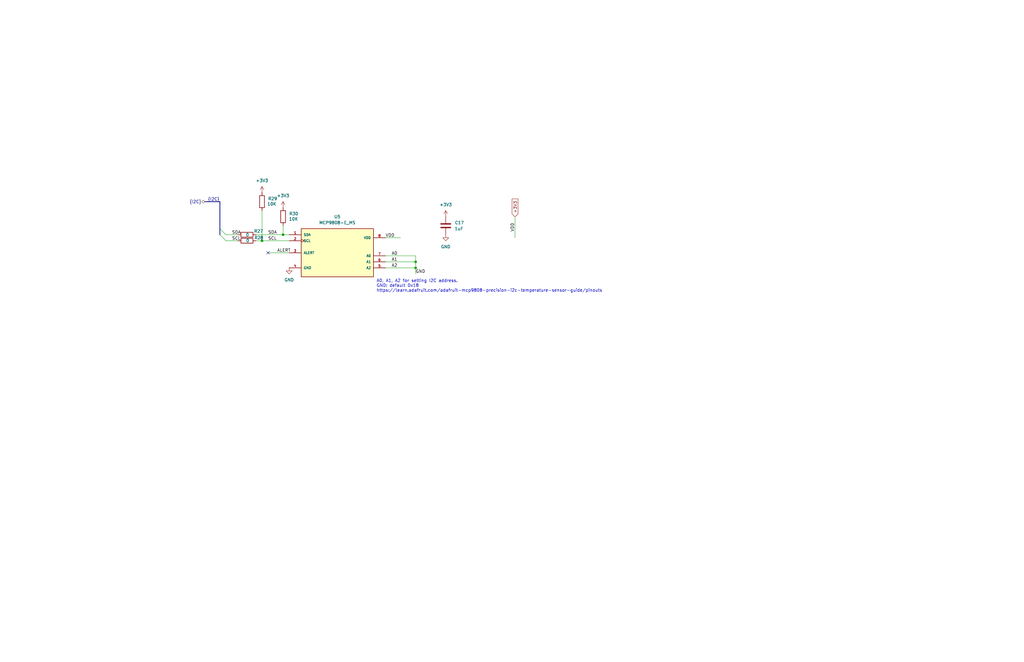
<source format=kicad_sch>
(kicad_sch (version 20231120) (generator "eeschema") (generator_version "8.0")
  (paper "B")
  (lib_symbols
    (symbol "Device:C" (pin_numbers hide) (pin_names (offset 0.254))
      (property "Reference" "C" (at 0.635 2.54 0))
      (property "Value" "C" (at 0.635 -2.54 0))
      (symbol "C_0_1"
        (polyline (pts (xy -2.032 -0.762) (xy 2.032 -0.762)) (stroke (width 0.508)))
        (polyline (pts (xy -2.032 0.762) (xy 2.032 0.762)) (stroke (width 0.508)))
      )
      (symbol "C_1_1"
        (pin passive line (at 0 3.81 270) (length 2.794) (name "~") (number "1"))
        (pin passive line (at 0 -3.81 90) (length 2.794) (name "~") (number "2"))
      )
    )
    (symbol "Device:R" (pin_numbers hide) (pin_names (offset 0))
      (property "Reference" "R" (at 2.032 0 90))
      (property "Value" "R" (at 0 0 90))
      (symbol "R_0_1"
        (rectangle (start -1.016 -2.54) (end 1.016 2.54) (stroke (width 0.254)))
      )
      (symbol "R_1_1"
        (pin passive line (at 0 3.81 270) (length 1.27) (name "~") (number "1"))
        (pin passive line (at 0 -3.81 90) (length 1.27) (name "~") (number "2"))
      )
    )
    (symbol "digi_clock_sym:MCP9808-E_MS" (pin_names (offset 1.016))
      (property "Reference" "U" (at -15.012 10.6865 0))
      (property "Value" "MCP9808-E_MS" (at -15.2481 -11.9443 0))
      (symbol "MCP9808-E_MS_0_0"
        (rectangle (start -16.51 -10.16) (end 13.97 10.16) (stroke (width 0.254)) (fill (type background)))
        (pin bidirectional line (at 19.05 -7.62 180) (length 5.08) (name "SDA") (number "1"))
        (pin input clock (at 19.05 -5.08 180) (length 5.08) (name "SCL") (number "2"))
        (pin output line (at 19.05 0 180) (length 5.08) (name "ALERT") (number "3"))
        (pin power_in line (at 19.05 6.35 180) (length 5.08) (name "GND") (number "4"))
        (pin input line (at -21.59 6.35 0) (length 5.08) (name "A2") (number "5"))
        (pin input line (at -21.59 3.81 0) (length 5.08) (name "A1") (number "6"))
        (pin input line (at -21.59 1.27 0) (length 5.08) (name "A0") (number "7"))
        (pin power_in line (at -21.59 -6.35 0) (length 5.08) (name "VDD") (number "8"))
      )
    )
    (symbol "power:GND" (power) (pin_numbers hide) (pin_names (offset 0) hide)
      (property "Value" "GND" (at 0 -3.81 0))
      (symbol "GND_0_1"
        (polyline (pts (xy 0 0) (xy 0 -1.27) (xy 1.27 -1.27) (xy 0 -2.54) (xy -1.27 -1.27) (xy 0 -1.27)))
      )
      (symbol "GND_1_1"
        (pin power_in line (at 0 0 270) (length 0) (name "~") (number "1"))
      )
    )
    (symbol "power:VDD" (power) (pin_numbers hide) (pin_names (offset 0) hide)
      (property "Value" "VDD" (at 0 3.556 0))
      (symbol "VDD_0_1"
        (polyline (pts (xy -0.762 1.27) (xy 0 2.54)))
        (polyline (pts (xy 0 0) (xy 0 2.54)))
        (polyline (pts (xy 0 2.54) (xy 0.762 1.27)))
      )
      (symbol "VDD_1_1"
        (pin power_in line (at 0 0 90) (length 0) (name "~") (number "1"))
      )
    )
  )
  (junction (at 119.38 99.06))
  (junction (at 175.26 110.49))
  (junction (at 110.49 101.6))
  (junction (at 175.26 113.03))
  (no_connect (at 113.03 106.68))
  (bus_entry (at 92.71 99.06) (size 2.54 2.54))
  (bus_entry (at 92.71 96.52) (size 2.54 2.54))
  (wire (pts (xy 162.56 100.33) (xy 168.91 100.33)))
  (wire (pts (xy 119.38 99.06) (xy 119.38 95.25)))
  (wire (pts (xy 175.26 115.57) (xy 175.26 113.03)))
  (wire (pts (xy 217.17 100.33) (xy 217.17 91.44)))
  (wire (pts (xy 107.95 101.6) (xy 110.49 101.6)))
  (wire (pts (xy 162.56 113.03) (xy 175.26 113.03)))
  (bus (pts (xy 92.71 96.52) (xy 92.71 99.06)))
  (bus (pts (xy 92.71 85.09) (xy 92.71 96.52)))
  (wire (pts (xy 107.95 99.06) (xy 119.38 99.06)))
  (wire (pts (xy 175.26 107.95) (xy 162.56 107.95)))
  (wire (pts (xy 121.92 99.06) (xy 119.38 99.06)))
  (wire (pts (xy 110.49 88.9) (xy 110.49 101.6)))
  (wire (pts (xy 113.03 106.68) (xy 121.92 106.68)))
  (wire (pts (xy 175.26 107.95) (xy 175.26 110.49)))
  (wire (pts (xy 100.33 99.06) (xy 95.25 99.06)))
  (wire (pts (xy 100.33 101.6) (xy 95.25 101.6)))
  (wire (pts (xy 175.26 110.49) (xy 175.26 113.03)))
  (wire (pts (xy 175.26 110.49) (xy 162.56 110.49)))
  (bus (pts (xy 92.71 85.09) (xy 86.36 85.09)))
  (wire (pts (xy 121.92 101.6) (xy 110.49 101.6)))
  (text "A0, A1, A2 for setting I2C address.\nGND: default 0x18\nhttps://learn.adafruit.com/adafruit-mcp9808-precision-i2c-temperature-sensor-guide/pinouts" (at 158.75 120.65 0) (effects (font (size 1.27 1.27)) (justify left)))
  (label "A0" (at 165.1 107.95 0))
  (label "A2" (at 165.1 113.03 0))
  (label "SCL" (at 97.79 101.6 0))
  (label "SCL" (at 113.03 101.6 0))
  (label "{I2C}" (at 87.63 85.09 0))
  (label "VDD" (at 162.56 100.33 0))
  (label "SDA" (at 97.79 99.06 0))
  (label "A1" (at 165.1 110.49 0))
  (label "VDD" (at 217.17 97.79 90))
  (label "GND" (at 175.26 115.57 0))
  (label "ALERT" (at 116.84 106.68 0))
  (label "SDA" (at 113.03 99.06 0))
  (global_label "+3V3" (shape input) (at 217.17 91.44 90) (property "Intersheetrefs" "${INTERSHEET_REFS}" (effects (hide yes))))
  (hierarchical_label "{I2C}" (shape bidirectional) (at 86.36 85.09 180))
  (symbol (lib_id "Device:C") (at 187.96 95.25 0) (unit 1)
    (property "Reference" "C17" (at 191.77 93.9799 0) (effects (justify left)))
    (property "Value" "1uF" (at 193.548 96.52 0))
    (property "Footprint" "Capacitor_SMD:C_0603_1608Metric_Pad1.08x0.95mm_HandSolder" (effects (hide yes)))
    (property "Datasheet" "https://www.yageo.com/upload/media/product/productsearch/datasheet/mlcc/UPY-GPHC_X7R_6.3V-to-250V_24.pdf" (effects (hide yes)))
    (property "Description" "1 µF ±10% 16V Ceramic Capacitor X7R 0603 (1608 Metric)" (effects (hide yes)))
    (property "Mfr" "YAGEO" (effects (hide yes)))
    (property "Mfr P/N" "CC0603KRX7R7BB105" (effects (hide yes)))
    (property "Supplier_1" "Digikey" (effects (hide yes)))
    (property "Supplier_1 P/N" "311-1446-1-ND" (effects (hide yes)))
    (property "Supplier_1 Unit Price" "0.10" (effects (hide yes)))
    (property "Supplier_1 Price @ Qty" "0.03080" (effects (hide yes)))
    (property "Supplier 1 P/N" "311-1446-1-ND" (effects (hide yes)))
    (property "Supplier 1 Price @ Qty" "0.10" (effects (hide yes)))
    (property "Supplier 1 Unit Price" "0.10" (effects (hide yes)))
  )
  (symbol (lib_id "digi_clock_sym:MCP9808-E_MS") (at 140.97 106.68 180) (unit 1)
    (property "Reference" "U5" (at 142.24 91.44 0))
    (property "Value" "MCP9808-E_MS" (at 142.24 93.98 0))
    (property "Footprint" "Library:SOP65P490X110-8N" (effects (hide yes)))
    (property "Datasheet" "https://ww1.microchip.com/downloads/en/DeviceDoc/MCP9808-0.5C-Maximum-Accuracy-Digital-Temperature-Sensor-Data-Sheet-DS20005095B.pdf" (effects (hide yes)))
    (property "Description" "SENSOR DIGITAL -40C-125C 8MSOP" (effects (hide yes)))
    (property "MANUFACTURER" "Microchip" (effects (hide yes)))
    (property "Mfr" "Microchip" (effects (hide yes)))
    (property "Mfr P/N" "MCP9808-E/MS" (effects (hide yes)))
    (property "Supplier 1" "Digikey" (effects (hide yes)))
    (property "Supplier 1 P/N" "MCP9808-E/MS-ND" (effects (hide yes)))
    (property "Supplier 1 Unit Price" "1.40" (effects (hide yes)))
    (property "Supplier 1 Price @ Qty" "1.40" (effects (hide yes)))
    (property "Supplier_1 P/N" "MCP9808-E/MS-ND" (effects (hide yes)))
    (property "Supplier_1 Price @ Qty" "1.40" (effects (hide yes)))
    (property "Supplier_1 Unit Price" "1.40" (effects (hide yes)))
  )
  (symbol (lib_id "Device:R") (at 104.14 99.06 90) (unit 1)
    (property "Reference" "R27" (at 110.998 97.536 90) (effects (justify left)))
    (property "Value" "0" (at 103.632 99.822 90) (effects (justify right top)))
    (property "Footprint" "Library:0603-NO" (effects (hide yes)))
    (property "Datasheet" "https://www.yageo.com/upload/media/product/products/datasheet/rchip/PYu-RC_Group_51_RoHS_L_12.pdf" (effects (hide yes)))
    (property "Description" "0 Ohms Jumper Chip Resistor 0603 (1608 Metric) Moisture Resistant Thick Film" (effects (hide yes)))
    (property "Mfr" "YAGEO" (effects (hide yes)))
    (property "Mfr P/N" "RC0603JR-070RL" (effects (hide yes)))
    (property "Supplier_1" "Digikey" (effects (hide yes)))
    (property "Supplier_1 P/N" "311-0.0GRTR-ND" (effects (hide yes)))
    (property "Supplier_1 Unit Price" "0.10" (effects (hide yes)))
    (property "Supplier_1 Price @ Qty" "0.10" (effects (hide yes)))
    (property "Supplier 1 P/N" "311-0.0GRTR-ND" (effects (hide yes)))
    (property "Supplier 1 Unit Price" "0.10" (effects (hide yes)))
    (property "Supplier 1 Price @ Qty" "0.00900" (effects (hide yes)))
  )
  (symbol (lib_id "power:VDD") (at 119.38 87.63 0) (unit 1)
    (property "Reference" "#PWR053" (effects (hide yes)))
    (property "Value" "+3V3" (at 119.38 82.55 0))
    (property "Description" "Power symbol creates a global label with name \"VDD\"" (effects (hide yes)))
  )
  (symbol (lib_id "power:VDD") (at 110.49 81.28 0) (unit 1)
    (property "Reference" "#PWR052" (effects (hide yes)))
    (property "Value" "+3V3" (at 110.49 76.2 0))
    (property "Description" "Power symbol creates a global label with name \"VDD\"" (effects (hide yes)))
  )
  (symbol (lib_id "power:GND") (at 187.96 99.06 0) (unit 1)
    (property "Reference" "#PWR056" (effects (hide yes)))
    (property "Value" "GND" (at 187.96 104.14 0))
    (property "Description" "Power symbol creates a global label with name \"GND\" , ground" (effects (hide yes)))
  )
  (symbol (lib_id "power:GND") (at 121.92 113.03 0) (unit 1)
    (property "Reference" "#PWR054" (effects (hide yes)))
    (property "Value" "GND" (at 121.92 118.11 0))
    (property "Description" "Power symbol creates a global label with name \"GND\" , ground" (effects (hide yes)))
  )
  (symbol (lib_id "Device:R") (at 110.49 85.09 0) (unit 1)
    (property "Reference" "R29" (at 113.03 83.8199 0) (effects (justify left)))
    (property "Value" "10K" (at 116.586 85.344 0) (effects (justify right top)))
    (property "Footprint" "Library:0603-NO" (effects (hide yes)))
    (property "Datasheet" "https://www.seielect.com/catalog/sei-rncp.pdf" (effects (hide yes)))
    (property "Description" "10 kOhms ±1% 0.125W, 1/8W Chip Resistor 0603 (1608 Metric) Anti-Sulfur Thin Film" (effects (hide yes)))
    (property "Mfr" "Stackpole Electronics Inc" (effects (hide yes)))
    (property "Mfr P/N" "RNCP0603FTD10K0" (effects (hide yes)))
    (property "Supplier_1" "Digikey" (effects (hide yes)))
    (property "Supplier_1 P/N" "RNCP0603FTD10K0CT-ND" (effects (hide yes)))
    (property "Supplier_1 Unit Price" "0.10" (effects (hide yes)))
    (property "Supplier_1 Price @ Qty" "0.0170" (effects (hide yes)))
    (property "Supplier 1 P/N" "RNCP0603FTD10K0CT-ND" (effects (hide yes)))
    (property "Supplier 1 Unit Price" "0.10" (effects (hide yes)))
    (property "Supplier 1 Price @ Qty" "0.10" (effects (hide yes)))
  )
  (symbol (lib_id "power:VDD") (at 187.96 91.44 0) (unit 1)
    (property "Reference" "#PWR055" (effects (hide yes)))
    (property "Value" "+3V3" (at 187.96 86.36 0))
    (property "Description" "Power symbol creates a global label with name \"VDD\"" (effects (hide yes)))
  )
  (symbol (lib_id "Device:R") (at 119.38 91.44 0) (unit 1)
    (property "Reference" "R30" (at 121.92 90.1699 0) (effects (justify left)))
    (property "Value" "10K" (at 125.73 91.694 0) (effects (justify right top)))
    (property "Footprint" "Library:0603-NO" (effects (hide yes)))
    (property "Datasheet" "https://www.seielect.com/catalog/sei-rncp.pdf" (effects (hide yes)))
    (property "Description" "10 kOhms ±1% 0.125W, 1/8W Chip Resistor 0603 (1608 Metric) Anti-Sulfur Thin Film" (effects (hide yes)))
    (property "Mfr" "Stackpole Electronics Inc" (effects (hide yes)))
    (property "Mfr P/N" "RNCP0603FTD10K0" (effects (hide yes)))
    (property "Supplier_1" "Digikey" (effects (hide yes)))
    (property "Supplier_1 P/N" "RNCP0603FTD10K0CT-ND" (effects (hide yes)))
    (property "Supplier_1 Unit Price" "0.10" (effects (hide yes)))
    (property "Supplier_1 Price @ Qty" "0.0170" (effects (hide yes)))
    (property "Supplier 1 P/N" "RNCP0603FTD10K0CT-ND" (effects (hide yes)))
    (property "Supplier 1 Unit Price" "0.10" (effects (hide yes)))
    (property "Supplier 1 Price @ Qty" "0.10" (effects (hide yes)))
  )
  (symbol (lib_id "Device:R") (at 104.14 101.6 90) (unit 1)
    (property "Reference" "R28" (at 107.188 100.33 90) (effects (justify right)))
    (property "Value" "0" (at 105.156 100.838 90) (effects (justify left bottom)))
    (property "Footprint" "Library:0603-NO" (effects (hide yes)))
    (property "Datasheet" "https://www.yageo.com/upload/media/product/products/datasheet/rchip/PYu-RC_Group_51_RoHS_L_12.pdf" (effects (hide yes)))
    (property "Description" "0 Ohms Jumper Chip Resistor 0603 (1608 Metric) Moisture Resistant Thick Film" (effects (hide yes)))
    (property "Mfr" "YAGEO" (effects (hide yes)))
    (property "Mfr P/N" "RC0603JR-070RL" (effects (hide yes)))
    (property "Supplier_1" "Digikey" (effects (hide yes)))
    (property "Supplier_1 P/N" "311-0.0GRTR-ND" (effects (hide yes)))
    (property "Supplier_1 Unit Price" "0.10" (effects (hide yes)))
    (property "Supplier_1 Price @ Qty" "0.10" (effects (hide yes)))
    (property "Supplier 1 P/N" "311-0.0GRTR-ND" (effects (hide yes)))
    (property "Supplier 1 Unit Price" "0.10" (effects (hide yes)))
    (property "Supplier 1 Price @ Qty" "0.00900" (effects (hide yes)))
  )
)
</source>
